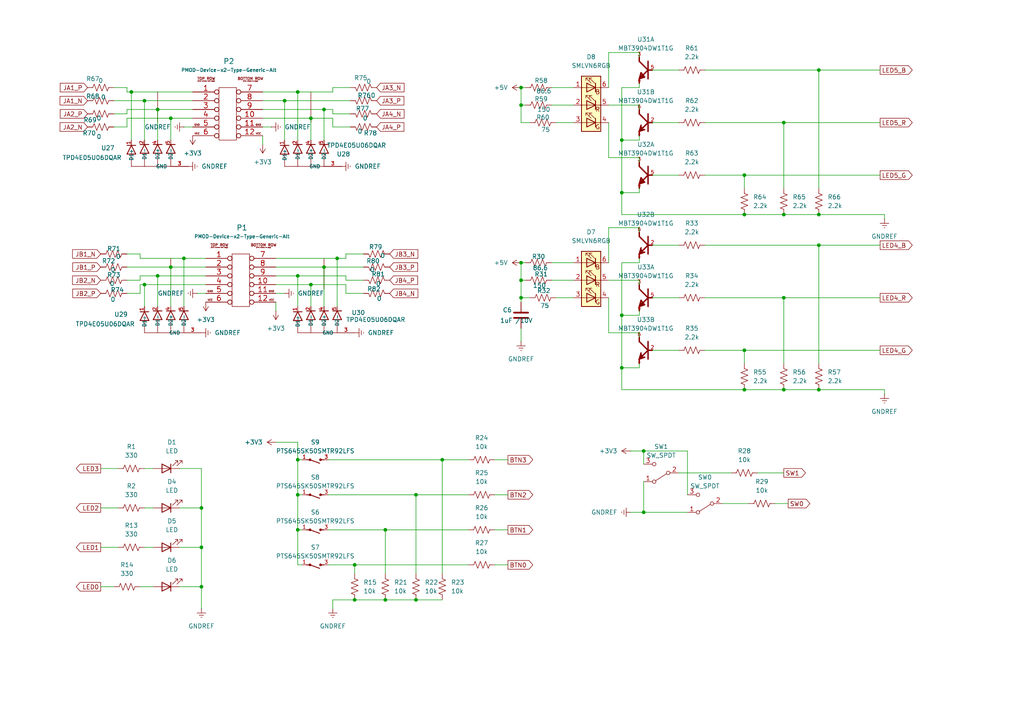
<source format=kicad_sch>
(kicad_sch (version 20231120) (generator "eeschema") (generator_version "8.0")
  (paper "A4")
  (junction (at 151.13 30.48))
  (junction (at 102.87 163.83))
  (junction (at 86.36 80.01))
  (junction (at 186.69 148.59))
  (junction (at 180.34 40.64))
  (junction (at 215.9 101.6))
  (junction (at 102.87 173.99))
  (junction (at 53.34 74.93))
  (junction (at 186.69 130.81))
  (junction (at 93.98 77.47))
  (junction (at 86.36 133.35))
  (junction (at 151.13 76.2))
  (junction (at 49.53 77.47))
  (junction (at 111.76 153.67))
  (junction (at 86.36 26.67))
  (junction (at 237.49 62.23))
  (junction (at 90.17 82.55))
  (junction (at 180.34 91.44))
  (junction (at 41.91 29.21))
  (junction (at 237.49 71.12))
  (junction (at 151.13 86.36))
  (junction (at 237.49 20.32))
  (junction (at 58.42 158.75))
  (junction (at 93.98 31.75))
  (junction (at 227.33 62.23))
  (junction (at 180.34 106.68))
  (junction (at 41.91 82.55))
  (junction (at 86.36 143.51))
  (junction (at 215.9 62.23))
  (junction (at 120.65 173.99))
  (junction (at 97.79 74.93))
  (junction (at 151.13 25.4))
  (junction (at 86.36 153.67))
  (junction (at 49.53 34.29))
  (junction (at 215.9 113.03))
  (junction (at 128.27 133.35))
  (junction (at 82.55 29.21))
  (junction (at 237.49 113.03))
  (junction (at 180.34 55.88))
  (junction (at 58.42 170.18))
  (junction (at 45.72 80.01))
  (junction (at 38.1 26.67))
  (junction (at 45.72 31.75))
  (junction (at 227.33 35.56))
  (junction (at 227.33 86.36))
  (junction (at 120.65 143.51))
  (junction (at 58.42 147.32))
  (junction (at 151.13 81.28))
  (junction (at 111.76 173.99))
  (junction (at 90.17 34.29))
  (junction (at 215.9 50.8))
  (junction (at 227.33 113.03))
  (wire (pts (xy 58.42 170.18) (xy 58.42 176.53)))
  (wire (pts (xy 93.98 31.75) (xy 93.98 40.64)))
  (wire (pts (xy 102.87 163.83) (xy 135.89 163.83)))
  (wire (pts (xy 120.65 166.37) (xy 120.65 143.51)))
  (wire (pts (xy 189.23 20.32) (xy 196.85 20.32)))
  (wire (pts (xy 120.65 143.51) (xy 135.89 143.51)))
  (wire (pts (xy 29.21 135.89) (xy 34.29 135.89)))
  (wire (pts (xy 86.36 143.51) (xy 87.63 143.51)))
  (wire (pts (xy 215.9 113.03) (xy 180.34 113.03)))
  (wire (pts (xy 151.13 25.4) (xy 151.13 30.48)))
  (wire (pts (xy 215.9 101.6) (xy 255.27 101.6)))
  (wire (pts (xy 105.41 81.28) (xy 100.33 81.28)))
  (wire (pts (xy 86.36 40.64) (xy 86.36 26.67)))
  (wire (pts (xy 209.55 146.05) (xy 217.17 146.05)))
  (wire (pts (xy 227.33 62.23) (xy 237.49 62.23)))
  (wire (pts (xy 90.17 34.29) (xy 96.52 34.29)))
  (wire (pts (xy 40.64 80.01) (xy 45.72 80.01)))
  (wire (pts (xy 58.42 158.75) (xy 58.42 170.18)))
  (wire (pts (xy 256.54 63.5) (xy 256.54 62.23)))
  (wire (pts (xy 40.64 81.28) (xy 40.64 80.01)))
  (wire (pts (xy 185.42 25.4) (xy 180.34 25.4)))
  (wire (pts (xy 86.36 143.51) (xy 86.36 153.67)))
  (wire (pts (xy 33.02 33.02) (xy 36.83 33.02)))
  (wire (pts (xy 38.1 26.67) (xy 55.88 26.67)))
  (wire (pts (xy 49.53 34.29) (xy 55.88 34.29)))
  (wire (pts (xy 215.9 54.61) (xy 215.9 50.8)))
  (wire (pts (xy 80.01 74.93) (xy 97.79 74.93)))
  (wire (pts (xy 185.42 30.48) (xy 185.42 31.75)))
  (wire (pts (xy 95.25 163.83) (xy 102.87 163.83)))
  (wire (pts (xy 97.79 74.93) (xy 100.33 74.93)))
  (wire (pts (xy 227.33 113.03) (xy 237.49 113.03)))
  (wire (pts (xy 52.07 147.32) (xy 58.42 147.32)))
  (wire (pts (xy 36.83 81.28) (xy 40.64 81.28)))
  (wire (pts (xy 33.02 29.21) (xy 41.91 29.21)))
  (wire (pts (xy 41.91 82.55) (xy 41.91 88.9)))
  (wire (pts (xy 151.13 76.2) (xy 151.13 81.28)))
  (wire (pts (xy 185.42 105.41) (xy 185.42 106.68)))
  (wire (pts (xy 152.4 25.4) (xy 151.13 25.4)))
  (wire (pts (xy 199.39 143.51) (xy 199.39 130.81)))
  (wire (pts (xy 86.36 26.67) (xy 96.52 26.67)))
  (wire (pts (xy 80.01 82.55) (xy 90.17 82.55)))
  (wire (pts (xy 36.83 77.47) (xy 49.53 77.47)))
  (wire (pts (xy 76.2 39.37) (xy 76.2 41.91)))
  (wire (pts (xy 186.69 130.81) (xy 186.69 134.62)))
  (wire (pts (xy 161.29 86.36) (xy 166.37 86.36)))
  (wire (pts (xy 40.64 85.09) (xy 40.64 82.55)))
  (wire (pts (xy 143.51 133.35) (xy 147.32 133.35)))
  (wire (pts (xy 36.83 33.02) (xy 36.83 31.75)))
  (wire (pts (xy 185.42 39.37) (xy 185.42 40.64)))
  (wire (pts (xy 36.83 31.75) (xy 45.72 31.75)))
  (wire (pts (xy 176.53 86.36) (xy 176.53 96.52)))
  (wire (pts (xy 227.33 35.56) (xy 255.27 35.56)))
  (wire (pts (xy 86.36 133.35) (xy 87.63 133.35)))
  (wire (pts (xy 176.53 81.28) (xy 185.42 81.28)))
  (wire (pts (xy 143.51 153.67) (xy 147.32 153.67)))
  (wire (pts (xy 176.53 66.04) (xy 185.42 66.04)))
  (wire (pts (xy 101.6 33.02) (xy 96.52 33.02)))
  (wire (pts (xy 143.51 143.51) (xy 147.32 143.51)))
  (wire (pts (xy 76.2 31.75) (xy 93.98 31.75)))
  (wire (pts (xy 33.02 25.4) (xy 36.83 25.4)))
  (wire (pts (xy 95.25 153.67) (xy 111.76 153.67)))
  (wire (pts (xy 176.53 25.4) (xy 176.53 15.24)))
  (wire (pts (xy 189.23 101.6) (xy 196.85 101.6)))
  (wire (pts (xy 38.1 26.67) (xy 38.1 40.64)))
  (wire (pts (xy 93.98 31.75) (xy 96.52 31.75)))
  (wire (pts (xy 161.29 35.56) (xy 166.37 35.56)))
  (wire (pts (xy 185.42 81.28) (xy 185.42 82.55)))
  (wire (pts (xy 185.42 74.93) (xy 185.42 76.2)))
  (wire (pts (xy 101.6 36.83) (xy 96.52 36.83)))
  (wire (pts (xy 45.72 31.75) (xy 55.88 31.75)))
  (wire (pts (xy 180.34 76.2) (xy 180.34 91.44)))
  (wire (pts (xy 227.33 54.61) (xy 227.33 35.56)))
  (wire (pts (xy 176.53 35.56) (xy 176.53 45.72)))
  (wire (pts (xy 215.9 113.03) (xy 227.33 113.03)))
  (wire (pts (xy 90.17 34.29) (xy 90.17 40.64)))
  (wire (pts (xy 215.9 105.41) (xy 215.9 101.6)))
  (wire (pts (xy 185.42 90.17) (xy 185.42 91.44)))
  (wire (pts (xy 96.52 176.53) (xy 96.52 173.99)))
  (wire (pts (xy 237.49 105.41) (xy 237.49 71.12)))
  (wire (pts (xy 52.07 158.75) (xy 58.42 158.75)))
  (wire (pts (xy 76.2 34.29) (xy 90.17 34.29)))
  (wire (pts (xy 29.21 170.18) (xy 33.02 170.18)))
  (wire (pts (xy 100.33 81.28) (xy 100.33 80.01)))
  (wire (pts (xy 186.69 139.7) (xy 186.69 148.59)))
  (wire (pts (xy 76.2 26.67) (xy 86.36 26.67)))
  (wire (pts (xy 100.33 73.66) (xy 100.33 74.93)))
  (wire (pts (xy 80.01 85.09) (xy 82.55 85.09)))
  (wire (pts (xy 189.23 86.36) (xy 196.85 86.36)))
  (wire (pts (xy 95.25 143.51) (xy 120.65 143.51)))
  (wire (pts (xy 111.76 173.99) (xy 120.65 173.99)))
  (wire (pts (xy 256.54 62.23) (xy 237.49 62.23)))
  (wire (pts (xy 151.13 35.56) (xy 151.13 30.48)))
  (wire (pts (xy 102.87 173.99) (xy 111.76 173.99)))
  (wire (pts (xy 86.36 153.67) (xy 86.36 163.83)))
  (wire (pts (xy 176.53 30.48) (xy 185.42 30.48)))
  (wire (pts (xy 256.54 114.3) (xy 256.54 113.03)))
  (wire (pts (xy 82.55 29.21) (xy 82.55 40.64)))
  (wire (pts (xy 36.83 73.66) (xy 40.64 73.66)))
  (wire (pts (xy 80.01 87.63) (xy 80.01 90.17)))
  (wire (pts (xy 215.9 62.23) (xy 180.34 62.23)))
  (wire (pts (xy 204.47 20.32) (xy 237.49 20.32)))
  (wire (pts (xy 196.85 137.16) (xy 212.09 137.16)))
  (wire (pts (xy 49.53 34.29) (xy 49.53 40.64)))
  (wire (pts (xy 86.36 128.27) (xy 86.36 133.35)))
  (wire (pts (xy 128.27 133.35) (xy 128.27 166.37)))
  (wire (pts (xy 40.64 73.66) (xy 40.64 74.93)))
  (wire (pts (xy 86.36 153.67) (xy 87.63 153.67)))
  (wire (pts (xy 100.33 85.09) (xy 100.33 82.55)))
  (wire (pts (xy 49.53 77.47) (xy 49.53 88.9)))
  (wire (pts (xy 111.76 153.67) (xy 111.76 166.37)))
  (wire (pts (xy 219.71 137.16) (xy 227.33 137.16)))
  (wire (pts (xy 93.98 77.47) (xy 105.41 77.47)))
  (wire (pts (xy 58.42 135.89) (xy 58.42 147.32)))
  (wire (pts (xy 86.36 80.01) (xy 100.33 80.01)))
  (wire (pts (xy 45.72 80.01) (xy 45.72 88.9)))
  (wire (pts (xy 215.9 62.23) (xy 227.33 62.23)))
  (wire (pts (xy 151.13 86.36) (xy 153.67 86.36)))
  (wire (pts (xy 215.9 50.8) (xy 255.27 50.8)))
  (wire (pts (xy 41.91 135.89) (xy 44.45 135.89)))
  (wire (pts (xy 180.34 62.23) (xy 180.34 55.88)))
  (wire (pts (xy 224.79 146.05) (xy 228.6 146.05)))
  (wire (pts (xy 160.02 81.28) (xy 166.37 81.28)))
  (wire (pts (xy 82.55 29.21) (xy 101.6 29.21)))
  (wire (pts (xy 186.69 148.59) (xy 182.88 148.59)))
  (wire (pts (xy 185.42 54.61) (xy 185.42 55.88)))
  (wire (pts (xy 36.83 25.4) (xy 36.83 26.67)))
  (wire (pts (xy 204.47 71.12) (xy 237.49 71.12)))
  (wire (pts (xy 189.23 50.8) (xy 196.85 50.8)))
  (wire (pts (xy 176.53 96.52) (xy 185.42 96.52)))
  (wire (pts (xy 45.72 31.75) (xy 45.72 40.64)))
  (wire (pts (xy 86.36 163.83) (xy 87.63 163.83)))
  (wire (pts (xy 237.49 20.32) (xy 255.27 20.32)))
  (wire (pts (xy 151.13 95.25) (xy 151.13 99.06)))
  (wire (pts (xy 256.54 113.03) (xy 237.49 113.03)))
  (wire (pts (xy 180.34 106.68) (xy 180.34 91.44)))
  (wire (pts (xy 189.23 35.56) (xy 196.85 35.56)))
  (wire (pts (xy 143.51 163.83) (xy 147.32 163.83)))
  (wire (pts (xy 52.07 170.18) (xy 58.42 170.18)))
  (wire (pts (xy 227.33 35.56) (xy 204.47 35.56)))
  (wire (pts (xy 76.2 29.21) (xy 82.55 29.21)))
  (wire (pts (xy 105.41 73.66) (xy 100.33 73.66)))
  (wire (pts (xy 215.9 50.8) (xy 204.47 50.8)))
  (wire (pts (xy 80.01 80.01) (xy 86.36 80.01)))
  (wire (pts (xy 101.6 25.4) (xy 96.52 25.4)))
  (wire (pts (xy 36.83 26.67) (xy 38.1 26.67)))
  (wire (pts (xy 111.76 153.67) (xy 135.89 153.67)))
  (wire (pts (xy 160.02 25.4) (xy 166.37 25.4)))
  (wire (pts (xy 151.13 87.63) (xy 151.13 86.36)))
  (wire (pts (xy 180.34 40.64) (xy 185.42 40.64)))
  (wire (pts (xy 86.36 133.35) (xy 86.36 143.51)))
  (wire (pts (xy 176.53 45.72) (xy 185.42 45.72)))
  (wire (pts (xy 186.69 148.59) (xy 199.39 148.59)))
  (wire (pts (xy 100.33 82.55) (xy 90.17 82.55)))
  (wire (pts (xy 152.4 30.48) (xy 151.13 30.48)))
  (wire (pts (xy 185.42 45.72) (xy 185.42 46.99)))
  (wire (pts (xy 180.34 25.4) (xy 180.34 40.64)))
  (wire (pts (xy 36.83 36.83) (xy 36.83 34.29)))
  (wire (pts (xy 227.33 86.36) (xy 227.33 105.41)))
  (wire (pts (xy 153.67 35.56) (xy 151.13 35.56)))
  (wire (pts (xy 40.64 74.93) (xy 53.34 74.93)))
  (wire (pts (xy 128.27 133.35) (xy 135.89 133.35)))
  (wire (pts (xy 182.88 130.81) (xy 186.69 130.81)))
  (wire (pts (xy 80.01 77.47) (xy 93.98 77.47)))
  (wire (pts (xy 120.65 173.99) (xy 128.27 173.99)))
  (wire (pts (xy 152.4 76.2) (xy 151.13 76.2)))
  (wire (pts (xy 40.64 170.18) (xy 44.45 170.18)))
  (wire (pts (xy 185.42 76.2) (xy 180.34 76.2)))
  (wire (pts (xy 152.4 81.28) (xy 151.13 81.28)))
  (wire (pts (xy 95.25 133.35) (xy 128.27 133.35)))
  (wire (pts (xy 53.34 74.93) (xy 53.34 88.9)))
  (wire (pts (xy 180.34 113.03) (xy 180.34 106.68)))
  (wire (pts (xy 80.01 128.27) (xy 86.36 128.27)))
  (wire (pts (xy 102.87 163.83) (xy 102.87 166.37)))
  (wire (pts (xy 189.23 71.12) (xy 196.85 71.12)))
  (wire (pts (xy 96.52 173.99) (xy 102.87 173.99)))
  (wire (pts (xy 185.42 15.24) (xy 185.42 16.51)))
  (wire (pts (xy 176.53 15.24) (xy 185.42 15.24)))
  (wire (pts (xy 29.21 158.75) (xy 34.29 158.75)))
  (wire (pts (xy 160.02 30.48) (xy 166.37 30.48)))
  (wire (pts (xy 176.53 76.2) (xy 176.53 66.04)))
  (wire (pts (xy 97.79 74.93) (xy 97.79 88.9)))
  (wire (pts (xy 36.83 34.29) (xy 49.53 34.29)))
  (wire (pts (xy 90.17 82.55) (xy 90.17 88.9)))
  (wire (pts (xy 33.02 36.83) (xy 36.83 36.83)))
  (wire (pts (xy 160.02 76.2) (xy 166.37 76.2)))
  (wire (pts (xy 41.91 29.21) (xy 41.91 40.64)))
  (wire (pts (xy 151.13 81.28) (xy 151.13 86.36)))
  (wire (pts (xy 41.91 29.21) (xy 55.88 29.21)))
  (wire (pts (xy 57.15 85.09) (xy 59.69 85.09)))
  (wire (pts (xy 237.49 54.61) (xy 237.49 20.32)))
  (wire (pts (xy 96.52 33.02) (xy 96.52 31.75)))
  (wire (pts (xy 185.42 24.13) (xy 185.42 25.4)))
  (wire (pts (xy 36.83 85.09) (xy 40.64 85.09)))
  (wire (pts (xy 96.52 25.4) (xy 96.52 26.67)))
  (wire (pts (xy 45.72 80.01) (xy 59.69 80.01)))
  (wire (pts (xy 93.98 77.47) (xy 93.98 88.9)))
  (wire (pts (xy 255.27 86.36) (xy 227.33 86.36)))
  (wire (pts (xy 76.2 36.83) (xy 78.74 36.83)))
  (wire (pts (xy 237.49 71.12) (xy 255.27 71.12)))
  (wire (pts (xy 53.34 36.83) (xy 55.88 36.83)))
  (wire (pts (xy 53.34 74.93) (xy 59.69 74.93)))
  (wire (pts (xy 185.42 55.88) (xy 180.34 55.88)))
  (wire (pts (xy 180.34 55.88) (xy 180.34 40.64)))
  (wire (pts (xy 199.39 130.81) (xy 186.69 130.81)))
  (wire (pts (xy 52.07 135.89) (xy 58.42 135.89)))
  (wire (pts (xy 96.52 36.83) (xy 96.52 34.29)))
  (wire (pts (xy 180.34 91.44) (xy 185.42 91.44)))
  (wire (pts (xy 185.42 96.52) (xy 185.42 97.79)))
  (wire (pts (xy 215.9 101.6) (xy 204.47 101.6)))
  (wire (pts (xy 41.91 82.55) (xy 59.69 82.55)))
  (wire (pts (xy 41.91 147.32) (xy 44.45 147.32)))
  (wire (pts (xy 185.42 66.04) (xy 185.42 67.31)))
  (wire (pts (xy 40.64 82.55) (xy 41.91 82.55)))
  (wire (pts (xy 185.42 106.68) (xy 180.34 106.68)))
  (wire (pts (xy 58.42 147.32) (xy 58.42 158.75)))
  (wire (pts (xy 41.91 158.75) (xy 44.45 158.75)))
  (wire (pts (xy 49.53 77.47) (xy 59.69 77.47)))
  (wire (pts (xy 105.41 85.09) (xy 100.33 85.09)))
  (wire (pts (xy 29.21 147.32) (xy 34.29 147.32)))
  (wire (pts (xy 86.36 80.01) (xy 86.36 88.9)))
  (wire (pts (xy 227.33 86.36) (xy 204.47 86.36)))
  (global_label "LED2" (shape output) (at 29.21 147.32 180) (property "Intersheetrefs" "${INTERSHEET_REFS}" (effects (hide yes))))
  (global_label "LED0" (shape output) (at 29.21 170.18 180) (property "Intersheetrefs" "${INTERSHEET_REFS}" (effects (hide yes))))
  (global_label "JA1_N" (shape input) (at 25.4 29.21 180) (property "Intersheetrefs" "${INTERSHEET_REFS}" (effects (hide yes))))
  (global_label "JA3_P" (shape input) (at 109.22 29.21 0) (property "Intersheetrefs" "${INTERSHEET_REFS}" (effects (hide yes))))
  (global_label "LED5_R" (shape output) (at 255.27 35.56 0) (property "Intersheetrefs" "${INTERSHEET_REFS}" (effects (hide yes))))
  (global_label "BTN2" (shape output) (at 147.32 143.51 0) (property "Intersheetrefs" "${INTERSHEET_REFS}" (effects (hide yes))))
  (global_label "JA2_P" (shape input) (at 25.4 33.02 180) (property "Intersheetrefs" "${INTERSHEET_REFS}" (effects (hide yes))))
  (global_label "JB2_N" (shape input) (at 29.21 81.28 180) (property "Intersheetrefs" "${INTERSHEET_REFS}" (effects (hide yes))))
  (global_label "LED1" (shape output) (at 29.21 158.75 180) (property "Intersheetrefs" "${INTERSHEET_REFS}" (effects (hide yes))))
  (global_label "JA1_P" (shape input) (at 25.4 25.4 180) (property "Intersheetrefs" "${INTERSHEET_REFS}" (effects (hide yes))))
  (global_label "JB1_N" (shape input) (at 29.21 73.66 180) (property "Intersheetrefs" "${INTERSHEET_REFS}" (effects (hide yes))))
  (global_label "LED4_B" (shape output) (at 255.27 71.12 0) (property "Intersheetrefs" "${INTERSHEET_REFS}" (effects (hide yes))))
  (global_label "LED4_G" (shape output) (at 255.27 101.6 0) (property "Intersheetrefs" "${INTERSHEET_REFS}" (effects (hide yes))))
  (global_label "LED5_B" (shape output) (at 255.27 20.32 0) (property "Intersheetrefs" "${INTERSHEET_REFS}" (effects (hide yes))))
  (global_label "JB4_P" (shape input) (at 113.03 81.28 0) (property "Intersheetrefs" "${INTERSHEET_REFS}" (effects (hide yes))))
  (global_label "LED5_G" (shape output) (at 255.27 50.8 0) (property "Intersheetrefs" "${INTERSHEET_REFS}" (effects (hide yes))))
  (global_label "JA4_N" (shape input) (at 109.22 33.02 0) (property "Intersheetrefs" "${INTERSHEET_REFS}" (effects (hide yes))))
  (global_label "BTN1" (shape output) (at 147.32 153.67 0) (property "Intersheetrefs" "${INTERSHEET_REFS}" (effects (hide yes))))
  (global_label "JB4_N" (shape input) (at 113.03 85.09 0) (property "Intersheetrefs" "${INTERSHEET_REFS}" (effects (hide yes))))
  (global_label "SW0" (shape output) (at 228.6 146.05 0) (property "Intersheetrefs" "${INTERSHEET_REFS}" (effects (hide yes))))
  (global_label "JA3_N" (shape input) (at 109.22 25.4 0) (property "Intersheetrefs" "${INTERSHEET_REFS}" (effects (hide yes))))
  (global_label "JB3_N" (shape input) (at 113.03 73.66 0) (property "Intersheetrefs" "${INTERSHEET_REFS}" (effects (hide yes))))
  (global_label "JB1_P" (shape input) (at 29.21 77.47 180) (property "Intersheetrefs" "${INTERSHEET_REFS}" (effects (hide yes))))
  (global_label "BTN3" (shape output) (at 147.32 133.35 0) (property "Intersheetrefs" "${INTERSHEET_REFS}" (effects (hide yes))))
  (global_label "JB3_P" (shape input) (at 113.03 77.47 0) (property "Intersheetrefs" "${INTERSHEET_REFS}" (effects (hide yes))))
  (global_label "LED4_R" (shape output) (at 255.27 86.36 0) (property "Intersheetrefs" "${INTERSHEET_REFS}" (effects (hide yes))))
  (global_label "JA4_P" (shape input) (at 109.22 36.83 0) (property "Intersheetrefs" "${INTERSHEET_REFS}" (effects (hide yes))))
  (global_label "JB2_P" (shape input) (at 29.21 85.09 180) (property "Intersheetrefs" "${INTERSHEET_REFS}" (effects (hide yes))))
  (global_label "JA2_N" (shape input) (at 25.4 36.83 180) (property "Intersheetrefs" "${INTERSHEET_REFS}" (effects (hide yes))))
  (global_label "LED3" (shape output) (at 29.21 135.89 180) (property "Intersheetrefs" "${INTERSHEET_REFS}" (effects (hide yes))))
  (global_label "SW1" (shape output) (at 227.33 137.16 0) (property "Intersheetrefs" "${INTERSHEET_REFS}" (effects (hide yes))))
  (global_label "BTN0" (shape output) (at 147.32 163.83 0) (property "Intersheetrefs" "${INTERSHEET_REFS}" (effects (hide yes))))
  (symbol (lib_id "Device:R_US") (at 139.7 163.83 90) (unit 1)
    (property "Reference" "R27" (at 139.7 157.48 90))
    (property "Value" "10k" (at 139.7 160.02 90))
    (property "Footprint" "footprints:R_0402" (effects (hide yes)))
    (property "Description" "Resistor, US symbol" (effects (hide yes)))
    (property "LCSC PN" "C60490" (effects (hide yes)))
  )
  (symbol (lib_id "Device:R_US") (at 105.41 33.02 270) (mirror x) (unit 1)
    (property "Reference" "R77" (at 105.156 31.496 90))
    (property "Value" "0" (at 105.918 34.29 90))
    (property "Footprint" "footprints:R_0402" (effects (hide yes)))
    (property "Description" "Resistor, US symbol" (effects (hide yes)))
    (property "LCSC PN" "C106231" (effects (hide yes)))
  )
  (symbol (lib_id "power:+3V3") (at 182.88 130.81 90) (unit 1)
    (property "Reference" "#PWR04" (effects (hide yes)))
    (property "Value" "+3V3" (at 179.07 130.8099 90) (effects (justify left)))
    (property "Description" "Power symbol creates a global label with name \"+3V3\"" (effects (hide yes)))
  )
  (symbol (lib_id "power:GNDREF") (at 58.42 96.52 90) (unit 1)
    (property "Reference" "#PWR015" (effects (hide yes)))
    (property "Value" "GNDREF" (at 62.23 96.5199 90) (effects (justify right)))
    (property "Description" "Power symbol creates a global label with name \"GNDREF\" , reference supply ground" (effects (hide yes)))
  )
  (symbol (lib_id "power:+3V3") (at 76.2 41.91 180) (unit 1)
    (property "Reference" "#PWR013" (effects (hide yes)))
    (property "Value" "+3V3" (at 76.2 46.99 0))
    (property "Description" "Power symbol creates a global label with name \"+3V3\"" (effects (hide yes)))
  )
  (symbol (lib_id "pmod:PMOD-Device-x2-Type-Generic-Alt") (at 68.58 40.64 0) (mirror y) (unit 1)
    (property "Reference" "P2" (at 66.3717 17.78 0) (effects (font (size 1.524 1.524))))
    (property "Value" "PMOD-Device-x2-Type-Generic-Alt" (at 66.3717 20.32 0) (effects (font (size 0.9906 0.9906))))
    (property "Footprint" "footprints:CONN_PPPC062LJBN-RC_SUL" (effects (hide yes)))
  )
  (symbol (lib_id "Device:R_US") (at 215.9 58.42 180) (unit 1)
    (property "Reference" "R64" (at 218.44 57.1499 0) (effects (justify right)))
    (property "Value" "2.2k" (at 218.44 59.6899 0) (effects (justify right)))
    (property "Footprint" "footprints:R_0402" (effects (hide yes)))
    (property "Description" "Resistor, US symbol" (effects (hide yes)))
    (property "LCSC PN" "c114762" (effects (hide yes)))
  )
  (symbol (lib_id "Device:R_US") (at 156.21 25.4 90) (unit 1)
    (property "Reference" "R58" (at 156.972 23.368 90))
    (property "Value" "86.6" (at 157.734 26.416 90))
    (property "Footprint" "footprints:R_0402" (effects (hide yes)))
    (property "Description" "Resistor, US symbol" (effects (hide yes)))
    (property "LCSC PN" "C295882" (effects (hide yes)))
  )
  (symbol (lib_id "Device:R_US") (at 215.9 109.22 180) (unit 1)
    (property "Reference" "R55" (at 218.44 107.9499 0) (effects (justify right)))
    (property "Value" "2.2k" (at 218.44 110.4899 0) (effects (justify right)))
    (property "Footprint" "footprints:R_0402" (effects (hide yes)))
    (property "Description" "Resistor, US symbol" (effects (hide yes)))
    (property "LCSC PN" "c114762" (effects (hide yes)))
  )
  (symbol (lib_id "Device:LED") (at 48.26 147.32 180) (unit 1)
    (property "Reference" "D4" (at 49.8475 139.7 0))
    (property "Value" "LED" (at 49.8475 142.24 0))
    (property "Footprint" "footprints:LED_0402_1005Metric" (effects (hide yes)))
    (property "Description" "Light emitting diode" (effects (hide yes)))
    (property "LCSC PN" "C434449" (effects (hide yes)))
  )
  (symbol (lib_id "PTS645SK50SMTR92LFS_:PTS645SK50SMTR92LFS") (at 91.44 163.83 90) (unit 1)
    (property "Reference" "S7" (at 91.44 158.75 90))
    (property "Value" "PTS645SK50SMTR92LFS" (at 91.44 161.29 90))
    (property "Footprint" "footprints:SW_PTS645SK50SMTR92LFS" (effects (hide yes)))
    (property "STANDARD" "Manufacturer Recommendations" (effects (hide yes)))
    (property "MANUFACTURER" "CnK" (effects (hide yes)))
    (property "LCSC PN" "C221872" (effects (hide yes)))
  )
  (symbol (lib_id "Switch2:SW_SPDT") (at 191.77 137.16 180) (unit 1)
    (property "Reference" "SW1" (at 191.77 129.54 0))
    (property "Value" "SW_SPDT" (at 191.77 132.08 0))
    (property "Footprint" "footprints:SW_EG1218" (effects (hide yes)))
    (property "Description" "Switch, single pole double throw" (effects (hide yes)))
  )
  (symbol (lib_id "Device:R_US") (at 38.1 158.75 90) (unit 1)
    (property "Reference" "R13" (at 38.1 152.4 90))
    (property "Value" "330" (at 38.1 154.94 90))
    (property "Footprint" "footprints:R_0402" (effects (hide yes)))
    (property "Description" "Resistor, US symbol" (effects (hide yes)))
    (property "LCSC PN" "C105875" (effects (hide yes)))
  )
  (symbol (lib_id "power:+5V") (at 151.13 76.2 90) (unit 1)
    (property "Reference" "#PWR0321" (effects (hide yes)))
    (property "Value" "+5V" (at 147.32 76.1999 90) (effects (justify left)))
    (property "Description" "Power symbol creates a global label with name \"+5V\"" (effects (hide yes)))
  )
  (symbol (lib_id "power:GNDREF") (at 57.15 85.09 270) (unit 1)
    (property "Reference" "#PWR016" (effects (hide yes)))
    (property "Value" "GNDREF" (at 53.34 85.0899 90) (effects (justify right)))
    (property "Description" "Power symbol creates a global label with name \"GNDREF\" , reference supply ground" (effects (hide yes)))
  )
  (symbol (lib_id "Device:R_US") (at 105.41 36.83 270) (mirror x) (unit 1)
    (property "Reference" "R78" (at 107.442 38.608 90))
    (property "Value" "0" (at 104.394 38.1 90))
    (property "Footprint" "footprints:R_0402" (effects (hide yes)))
    (property "Description" "Resistor, US symbol" (effects (hide yes)))
    (property "LCSC PN" "C106231" (effects (hide yes)))
  )
  (symbol (lib_id "LED:SMLVN6RGB") (at 171.45 81.28 0) (unit 1)
    (property "Reference" "D7" (at 171.45 67.31 0))
    (property "Value" "SMLVN6RGB" (at 171.45 69.85 0))
    (property "Footprint" "footprints:LED_SMLV56_ROM" (effects (hide yes)))
    (property "Datasheet" "https://www.rohm.com/datasheet/SMLVN6RGB1U" (effects (hide yes)))
    (property "Description" "High Brightness Tri-Color LED, RGB, 3.5x2.8mm" (effects (hide yes)))
    (property "LCSC PN" "C2909770" (effects (hide yes)))
  )
  (symbol (lib_id "power:GNDREF") (at 256.54 63.5 0) (unit 1)
    (property "Reference" "#PWR09" (effects (hide yes)))
    (property "Value" "GNDREF" (at 256.54 68.58 0))
    (property "Description" "Power symbol creates a global label with name \"GNDREF\" , reference supply ground" (effects (hide yes)))
  )
  (symbol (lib_id "Device:R_US") (at 105.41 29.21 270) (mirror x) (unit 1)
    (property "Reference" "R76" (at 105.664 27.686 90))
    (property "Value" "0" (at 108.204 27.686 90))
    (property "Footprint" "footprints:R_0402" (effects (hide yes)))
    (property "Description" "Resistor, US symbol" (effects (hide yes)))
    (property "LCSC PN" "C106231" (effects (hide yes)))
  )
  (symbol (lib_id "power:GNDREF") (at 102.87 96.52 90) (unit 1)
    (property "Reference" "#PWR020" (effects (hide yes)))
    (property "Value" "GNDREF" (at 106.68 96.5199 90) (effects (justify right)))
    (property "Description" "Power symbol creates a global label with name \"GNDREF\" , reference supply ground" (effects (hide yes)))
  )
  (symbol (lib_id "PTS645SK50SMTR92LFS_:PTS645SK50SMTR92LFS") (at 91.44 133.35 90) (unit 1)
    (property "Reference" "S9" (at 91.44 128.27 90))
    (property "Value" "PTS645SK50SMTR92LFS" (at 91.44 130.81 90))
    (property "Footprint" "footprints:SW_PTS645SK50SMTR92LFS" (effects (hide yes)))
    (property "STANDARD" "Manufacturer Recommendations" (effects (hide yes)))
    (property "MANUFACTURER" "CnK" (effects (hide yes)))
    (property "LCSC PN" "C221872" (effects (hide yes)))
  )
  (symbol (lib_id "Device:R_US") (at 29.21 25.4 90) (unit 1)
    (property "Reference" "R67" (at 26.924 22.86 90))
    (property "Value" "0" (at 29.21 23.368 90))
    (property "Footprint" "footprints:R_0402" (effects (hide yes)))
    (property "Description" "Resistor, US symbol" (effects (hide yes)))
    (property "LCSC PN" "C106231" (effects (hide yes)))
  )
  (symbol (lib_id "MBT3904DW1T1G:MBT3904DW1T1G") (at 195.58 20.32 0) (unit 1)
    (property "Reference" "U31" (at 187.325 11.43 0))
    (property "Value" "MBT3904DW1T1G" (at 187.325 13.97 0))
    (property "Footprint" "footprints:SOT236" (effects (hide yes)))
    (property "LCSC PN" "C110150" (effects (hide yes)))
  )
  (symbol (lib_id "Device:R_US") (at 237.49 58.42 180) (unit 1)
    (property "Reference" "R66" (at 240.03 57.1499 0) (effects (justify right)))
    (property "Value" "2.2k" (at 240.03 59.6899 0) (effects (justify right)))
    (property "Footprint" "footprints:R_0402" (effects (hide yes)))
    (property "Description" "Resistor, US symbol" (effects (hide yes)))
    (property "LCSC PN" "c114762" (effects (hide yes)))
  )
  (symbol (lib_id "power:GNDREF") (at 54.61 48.26 90) (unit 1)
    (property "Reference" "#PWR010" (effects (hide yes)))
    (property "Value" "GNDREF" (at 58.42 48.2599 90) (effects (justify right)))
    (property "Description" "Power symbol creates a global label with name \"GNDREF\" , reference supply ground" (effects (hide yes)))
  )
  (symbol (lib_id "Device:R_US") (at 156.21 81.28 90) (unit 1)
    (property "Reference" "R31" (at 156.972 79.502 90))
    (property "Value" "150" (at 156.464 82.804 90))
    (property "Footprint" "footprints:R_0402" (effects (hide yes)))
    (property "Description" "Resistor, US symbol" (effects (hide yes)))
    (property "LCSC PN" "C138054" (effects (hide yes)))
  )
  (symbol (lib_id "power:GNDREF") (at 256.54 114.3 0) (unit 1)
    (property "Reference" "#PWR07" (effects (hide yes)))
    (property "Value" "GNDREF" (at 256.54 119.38 0))
    (property "Description" "Power symbol creates a global label with name \"GNDREF\" , reference supply ground" (effects (hide yes)))
  )
  (symbol (lib_id "Device:R_US") (at 200.66 86.36 90) (unit 1)
    (property "Reference" "R34" (at 200.66 80.01 90))
    (property "Value" "2.2k" (at 200.66 82.55 90))
    (property "Footprint" "footprints:R_0402" (effects (hide yes)))
    (property "Description" "Resistor, US symbol" (effects (hide yes)))
    (property "LCSC PN" "c114762" (effects (hide yes)))
  )
  (symbol (lib_id "Device:LED") (at 48.26 135.89 180) (unit 1)
    (property "Reference" "D1" (at 49.8475 128.27 0))
    (property "Value" "LED" (at 49.8475 130.81 0))
    (property "Footprint" "footprints:LED_0402_1005Metric" (effects (hide yes)))
    (property "Description" "Light emitting diode" (effects (hide yes)))
    (property "LCSC PN" "C434449" (effects (hide yes)))
  )
  (symbol (lib_id "pmod:PMOD-Device-x2-Type-Generic-Alt") (at 72.39 88.9 0) (mirror y) (unit 1)
    (property "Reference" "P1" (at 70.1817 66.04 0) (effects (font (size 1.524 1.524))))
    (property "Value" "PMOD-Device-x2-Type-Generic-Alt" (at 70.1817 68.58 0) (effects (font (size 0.9906 0.9906))))
    (property "Footprint" "footprints:CONN_PPPC062LJBN-RC_SUL" (effects (hide yes)))
  )
  (symbol (lib_id "Device:R_US") (at 200.66 20.32 90) (unit 1)
    (property "Reference" "R61" (at 200.66 13.97 90))
    (property "Value" "2.2k" (at 200.66 16.51 90))
    (property "Footprint" "footprints:R_0402" (effects (hide yes)))
    (property "Description" "Resistor, US symbol" (effects (hide yes)))
    (property "LCSC PN" "c114762" (effects (hide yes)))
  )
  (symbol (lib_id "Device:R_US") (at 33.02 73.66 90) (unit 1)
    (property "Reference" "R71" (at 33.02 72.136 90))
    (property "Value" "0" (at 34.29 74.422 90))
    (property "Footprint" "footprints:R_0402" (effects (hide yes)))
    (property "Description" "Resistor, US symbol" (effects (hide yes)))
    (property "LCSC PN" "C106231" (effects (hide yes)))
  )
  (symbol (lib_id "Device:R_US") (at 120.65 170.18 0) (unit 1)
    (property "Reference" "R22" (at 123.19 168.9099 0) (effects (justify left)))
    (property "Value" "10k" (at 123.19 171.4499 0) (effects (justify left)))
    (property "Footprint" "footprints:R_0402" (effects (hide yes)))
    (property "Description" "Resistor, US symbol" (effects (hide yes)))
    (property "LCSC PN" "C60490" (effects (hide yes)))
  )
  (symbol (lib_id "MBT3904DW1T1G:MBT3904DW1T1G") (at 194.31 71.12 0) (unit 2)
    (property "Reference" "U32" (at 187.325 62.23 0))
    (property "Value" "MBT3904DW1T1G" (at 187.325 64.77 0))
    (property "Footprint" "footprints:SOT236" (effects (hide yes)))
    (property "LCSC PN" "C110150" (effects (hide yes)))
  )
  (symbol (lib_id "power:+5V") (at 151.13 25.4 90) (unit 1)
    (property "Reference" "#PWR0318" (effects (hide yes)))
    (property "Value" "+5V" (at 147.32 25.3999 90) (effects (justify left)))
    (property "Description" "Power symbol creates a global label with name \"+5V\"" (effects (hide yes)))
  )
  (symbol (lib_name "TPD4E05U06DQAR_1") (lib_id "TPD4E05U06DQAR:TPD4E05U06DQAR") (at 49.53 88.9 0) (unit 1)
    (property "Reference" "U29" (at 37.084 91.186 0) (effects (justify right)))
    (property "Value" "TPD4E05U06DQAR" (at 39.116 93.98 0) (effects (justify right)))
    (property "Footprint" "footprints:IC_TPD4E05U06DQAR" (effects (hide yes)))
    (property "PARTREV" "N" (effects (hide yes)))
    (property "SNAPEDA_PN" "TPD4E05U06DQAR" (effects (hide yes)))
    (property "MANUFACTURER" "Texas Instruments" (effects (hide yes)))
    (property "MAXIMUM_PACKAGE_HEIGHT" "0.55 mm" (effects (hide yes)))
    (property "STANDARD" "Manufacturer Recommendations" (effects (hide yes)))
    (property "LCSC PN" "C138714" (effects (hide yes)))
  )
  (symbol (lib_id "Device:R_US") (at 157.48 35.56 90) (unit 1)
    (property "Reference" "R60" (at 157.48 34.036 90))
    (property "Value" "75" (at 158.242 37.592 90))
    (property "Footprint" "footprints:R_0402" (effects (hide yes)))
    (property "Description" "Resistor, US symbol" (effects (hide yes)))
    (property "LCSC PN" "C114757" (effects (hide yes)))
  )
  (symbol (lib_id "Device:R_US") (at 139.7 143.51 90) (unit 1)
    (property "Reference" "R25" (at 139.7 137.16 90))
    (property "Value" "10k" (at 139.7 139.7 90))
    (property "Footprint" "footprints:R_0402" (effects (hide yes)))
    (property "Description" "Resistor, US symbol" (effects (hide yes)))
    (property "LCSC PN" "C60490" (effects (hide yes)))
  )
  (symbol (lib_id "Device:LED") (at 48.26 170.18 180) (unit 1)
    (property "Reference" "D6" (at 49.8475 162.56 0))
    (property "Value" "LED" (at 49.8475 165.1 0))
    (property "Footprint" "footprints:LED_0402_1005Metric" (effects (hide yes)))
    (property "Description" "Light emitting diode" (effects (hide yes)))
    (property "LCSC PN" "C434449" (effects (hide yes)))
  )
  (symbol (lib_id "Device:R_US") (at 200.66 71.12 90) (unit 1)
    (property "Reference" "R33" (at 200.66 64.77 90))
    (property "Value" "2.2k" (at 200.66 67.31 90))
    (property "Footprint" "footprints:R_0402" (effects (hide yes)))
    (property "Description" "Resistor, US symbol" (effects (hide yes)))
    (property "LCSC PN" "c114762" (effects (hide yes)))
  )
  (symbol (lib_id "Device:R_US") (at 29.21 33.02 90) (unit 1)
    (property "Reference" "R69" (at 26.162 34.798 90))
    (property "Value" "0" (at 28.702 34.29 90))
    (property "Footprint" "footprints:R_0402" (effects (hide yes)))
    (property "Description" "Resistor, US symbol" (effects (hide yes)))
    (property "LCSC PN" "C106231" (effects (hide yes)))
  )
  (symbol (lib_id "TPD4E05U06DQAR:TPD4E05U06DQAR") (at 93.98 88.9 0) (unit 1)
    (property "Reference" "U30" (at 105.918 90.678 0) (effects (justify right)))
    (property "Value" "TPD4E05U06DQAR" (at 117.602 92.71 0) (effects (justify right)))
    (property "Footprint" "footprints:IC_TPD4E05U06DQAR" (effects (hide yes)))
    (property "PARTREV" "N" (effects (hide yes)))
    (property "SNAPEDA_PN" "TPD4E05U06DQAR" (effects (hide yes)))
    (property "MANUFACTURER" "Texas Instruments" (effects (hide yes)))
    (property "MAXIMUM_PACKAGE_HEIGHT" "0.55 mm" (effects (hide yes)))
    (property "STANDARD" "Manufacturer Recommendations" (effects (hide yes)))
    (property "LCSC PN" "C138714" (effects (hide yes)))
  )
  (symbol (lib_id "Device:R_US") (at 139.7 153.67 90) (unit 1)
    (property "Reference" "R26" (at 139.7 147.32 90))
    (property "Value" "10k" (at 139.7 149.86 90))
    (property "Footprint" "footprints:R_0402" (effects (hide yes)))
    (property "Description" "Resistor, US symbol" (effects (hide yes)))
    (property "LCSC PN" "C60490" (effects (hide yes)))
  )
  (symbol (lib_id "power:GNDREF") (at 58.42 176.53 0) (unit 1)
    (property "Reference" "#PWR01" (effects (hide yes)))
    (property "Value" "GNDREF" (at 58.42 181.61 0))
    (property "Description" "Power symbol creates a global label with name \"GNDREF\" , reference supply ground" (effects (hide yes)))
  )
  (symbol (lib_id "Device:R_US") (at 38.1 147.32 90) (unit 1)
    (property "Reference" "R2" (at 38.1 140.97 90))
    (property "Value" "330" (at 38.1 143.51 90))
    (property "Footprint" "footprints:R_0402" (effects (hide yes)))
    (property "Description" "Resistor, US symbol" (effects (hide yes)))
    (property "LCSC PN" "C105875" (effects (hide yes)))
  )
  (symbol (lib_id "Device:R_US") (at 220.98 146.05 90) (unit 1)
    (property "Reference" "R29" (at 220.98 139.7 90))
    (property "Value" "10k" (at 220.98 142.24 90))
    (property "Footprint" "footprints:R_0402" (effects (hide yes)))
    (property "Description" "Resistor, US symbol" (effects (hide yes)))
    (property "LCSC PN" "C60490" (effects (hide yes)))
  )
  (symbol (lib_id "Device:R_US") (at 36.83 170.18 90) (unit 1)
    (property "Reference" "R14" (at 36.83 163.83 90))
    (property "Value" "330" (at 36.83 166.37 90))
    (property "Footprint" "footprints:R_0402" (effects (hide yes)))
    (property "Description" "Resistor, US symbol" (effects (hide yes)))
    (property "LCSC PN" "C105875" (effects (hide yes)))
  )
  (symbol (lib_id "power:GNDREF") (at 53.34 36.83 270) (unit 1)
    (property "Reference" "#PWR011" (effects (hide yes)))
    (property "Value" "GNDREF" (at 49.53 36.8299 90) (effects (justify right)))
    (property "Description" "Power symbol creates a global label with name \"GNDREF\" , reference supply ground" (effects (hide yes)))
  )
  (symbol (lib_id "MBT3904DW1T1G:MBT3904DW1T1G") (at 194.31 101.6 0) (unit 2)
    (property "Reference" "U33" (at 187.325 92.71 0))
    (property "Value" "MBT3904DW1T1G" (at 187.325 95.25 0))
    (property "Footprint" "footprints:SOT236" (effects (hide yes)))
    (property "LCSC PN" "C110150" (effects (hide yes)))
  )
  (symbol (lib_id "Device:R_US") (at 29.21 36.83 90) (unit 1)
    (property "Reference" "R70" (at 25.908 38.608 90))
    (property "Value" "0" (at 28.702 39.624 90))
    (property "Footprint" "footprints:R_0402" (effects (hide yes)))
    (property "Description" "Resistor, US symbol" (effects (hide yes)))
    (property "LCSC PN" "C106231" (effects (hide yes)))
  )
  (symbol (lib_id "Device:R_US") (at 33.02 81.28 90) (unit 1)
    (property "Reference" "R73" (at 33.02 79.756 90))
    (property "Value" "0" (at 32.512 82.296 90))
    (property "Footprint" "footprints:R_0402" (effects (hide yes)))
    (property "Description" "Resistor, US symbol" (effects (hide yes)))
    (property "LCSC PN" "C106231" (effects (hide yes)))
  )
  (symbol (lib_id "Device:R_US") (at 109.22 85.09 270) (mirror x) (unit 1)
    (property "Reference" "R82" (at 108.458 83.82 90))
    (property "Value" "0" (at 109.982 86.614 90))
    (property "Footprint" "footprints:R_0402" (effects (hide yes)))
    (property "Description" "Resistor, US symbol" (effects (hide yes)))
    (property "LCSC PN" "C106231" (effects (hide yes)))
  )
  (symbol (lib_id "power:GNDREF") (at 96.52 176.53 0) (unit 1)
    (property "Reference" "#PWR03" (effects (hide yes)))
    (property "Value" "GNDREF" (at 96.52 181.61 0))
    (property "Description" "Power symbol creates a global label with name \"GNDREF\" , reference supply ground" (effects (hide yes)))
  )
  (symbol (lib_id "Switch2:SW_SPDT") (at 204.47 146.05 180) (unit 1)
    (property "Reference" "SW0" (at 204.47 138.43 0))
    (property "Value" "SW_SPDT" (at 204.47 140.97 0))
    (property "Footprint" "footprints:SW_EG1218" (effects (hide yes)))
    (property "Description" "Switch, single pole double throw" (effects (hide yes)))
  )
  (symbol (lib_id "Device:R_US") (at 200.66 50.8 90) (unit 1)
    (property "Reference" "R63" (at 200.66 44.45 90))
    (property "Value" "2.2k" (at 200.66 46.99 90))
    (property "Footprint" "footprints:R_0402" (effects (hide yes)))
    (property "Description" "Resistor, US symbol" (effects (hide yes)))
    (property "LCSC PN" "c114762" (effects (hide yes)))
  )
  (symbol (lib_id "power:+3V3") (at 59.69 87.63 180) (unit 1)
    (property "Reference" "#PWR017" (effects (hide yes)))
    (property "Value" "+3V3" (at 59.69 92.71 0))
    (property "Description" "Power symbol creates a global label with name \"+3V3\"" (effects (hide yes)))
  )
  (symbol (lib_id "Device:R_US") (at 102.87 170.18 0) (unit 1)
    (property "Reference" "R15" (at 105.41 168.9099 0) (effects (justify left)))
    (property "Value" "10k" (at 105.41 171.4499 0) (effects (justify left)))
    (property "Footprint" "footprints:R_0402" (effects (hide yes)))
    (property "Description" "Resistor, US symbol" (effects (hide yes)))
    (property "LCSC PN" "C60490" (effects (hide yes)))
  )
  (symbol (lib_id "Device:R_US") (at 156.21 76.2 90) (unit 1)
    (property "Reference" "R30" (at 156.21 74.422 90))
    (property "Value" "86.6" (at 156.718 77.724 90))
    (property "Footprint" "footprints:R_0402" (effects (hide yes)))
    (property "Description" "Resistor, US symbol" (effects (hide yes)))
    (property "LCSC PN" "C295882" (effects (hide yes)))
  )
  (symbol (lib_id "Device:LED") (at 48.26 158.75 180) (unit 1)
    (property "Reference" "D5" (at 49.8475 151.13 0))
    (property "Value" "LED" (at 49.8475 153.67 0))
    (property "Footprint" "footprints:LED_0402_1005Metric" (effects (hide yes)))
    (property "Description" "Light emitting diode" (effects (hide yes)))
    (property "LCSC PN" "C434449" (effects (hide yes)))
  )
  (symbol (lib_id "Device:R_US") (at 200.66 35.56 90) (unit 1)
    (property "Reference" "R62" (at 200.66 29.21 90))
    (property "Value" "2.2k" (at 200.66 31.75 90))
    (property "Footprint" "footprints:R_0402" (effects (hide yes)))
    (property "Description" "Resistor, US symbol" (effects (hide yes)))
    (property "LCSC PN" "c114762" (effects (hide yes)))
  )
  (symbol (lib_id "power:GNDREF") (at 99.06 48.26 90) (unit 1)
    (property "Reference" "#PWR066" (effects (hide yes)))
    (property "Value" "GNDREF" (at 102.87 48.2599 90) (effects (justify right)))
    (property "Description" "Power symbol creates a global label with name \"GNDREF\" , reference supply ground" (effects (hide yes)))
  )
  (symbol (lib_id "Device:C") (at 151.13 91.44 0) (unit 1)
    (property "Reference" "C6" (at 145.796 89.916 0) (effects (justify left)))
    (property "Value" "1uF /10V" (at 145.034 92.964 0) (effects (justify left)))
    (property "Footprint" "footprints:C_0402" (effects (hide yes)))
    (property "Description" "Unpolarized capacitor" (effects (hide yes)))
    (property "LCSC PN" "c14445" (effects (hide yes)))
  )
  (symbol (lib_id "Device:R_US") (at 109.22 73.66 270) (mirror x) (unit 1)
    (property "Reference" "R79" (at 108.966 71.628 90))
    (property "Value" "0" (at 110.998 74.168 90))
    (property "Footprint" "footprints:R_0402" (effects (hide yes)))
    (property "Description" "Resistor, US symbol" (effects (hide yes)))
    (property "LCSC PN" "C106231" (effects (hide yes)))
  )
  (symbol (lib_id "Device:R_US") (at 109.22 81.28 270) (mirror x) (unit 1)
    (property "Reference" "R81" (at 109.728 79.502 90))
    (property "Value" "0" (at 109.728 82.296 90))
    (property "Footprint" "footprints:R_0402" (effects (hide yes)))
    (property "Description" "Resistor, US symbol" (effects (hide yes)))
    (property "LCSC PN" "C106231" (effects (hide yes)))
  )
  (symbol (lib_id "MBT3904DW1T1G:MBT3904DW1T1G") (at 195.58 86.36 0) (unit 1)
    (property "Reference" "U33" (at 187.325 77.47 0))
    (property "Value" "MBT3904DW1T1G" (at 187.325 80.01 0))
    (property "Footprint" "footprints:SOT236" (effects (hide yes)))
    (property "LCSC PN" "C110150" (effects (hide yes)))
  )
  (symbol (lib_id "PTS645SK50SMTR92LFS_:PTS645SK50SMTR92LFS") (at 91.44 153.67 90) (unit 1)
    (property "Reference" "S6" (at 91.44 148.59 90))
    (property "Value" "PTS645SK50SMTR92LFS" (at 91.44 151.13 90))
    (property "Footprint" "footprints:SW_PTS645SK50SMTR92LFS" (effects (hide yes)))
    (property "STANDARD" "Manufacturer Recommendations" (effects (hide yes)))
    (property "MANUFACTURER" "CnK" (effects (hide yes)))
    (property "LCSC PN" "C221872" (effects (hide yes)))
  )
  (symbol (lib_id "power:+3V3") (at 80.01 90.17 180) (unit 1)
    (property "Reference" "#PWR018" (effects (hide yes)))
    (property "Value" "+3V3" (at 80.01 95.25 0))
    (property "Description" "Power symbol creates a global label with name \"+3V3\"" (effects (hide yes)))
  )
  (symbol (lib_id "power:+3V3") (at 80.01 128.27 90) (unit 1)
    (property "Reference" "#PWR02" (effects (hide yes)))
    (property "Value" "+3V3" (at 76.2 128.2699 90) (effects (justify left)))
    (property "Description" "Power symbol creates a global label with name \"+3V3\"" (effects (hide yes)))
  )
  (symbol (lib_id "Device:R_US") (at 33.02 77.47 90) (unit 1)
    (property "Reference" "R72" (at 31.496 75.692 90))
    (property "Value" "0" (at 32.766 78.232 90))
    (property "Footprint" "footprints:R_0402" (effects (hide yes)))
    (property "Description" "Resistor, US symbol" (effects (hide yes)))
    (property "LCSC PN" "C106231" (effects (hide yes)))
  )
  (symbol (lib_id "Device:R_US") (at 215.9 137.16 90) (unit 1)
    (property "Reference" "R28" (at 215.9 130.81 90))
    (property "Value" "10k" (at 215.9 133.35 90))
    (property "Footprint" "footprints:R_0402" (effects (hide yes)))
    (property "Description" "Resistor, US symbol" (effects (hide yes)))
    (property "LCSC PN" "C60490" (effects (hide yes)))
  )
  (symbol (lib_id "Device:R_US") (at 237.49 109.22 180) (unit 1)
    (property "Reference" "R57" (at 240.03 107.9499 0) (effects (justify right)))
    (property "Value" "2.2k" (at 240.03 110.4899 0) (effects (justify right)))
    (property "Footprint" "footprints:R_0402" (effects (hide yes)))
    (property "Description" "Resistor, US symbol" (effects (hide yes)))
    (property "LCSC PN" "c114762" (effects (hide yes)))
  )
  (symbol (lib_id "Device:R_US") (at 33.02 85.09 90) (unit 1)
    (property "Reference" "R74" (at 34.036 84.074 90))
    (property "Value" "0" (at 32.766 86.868 90))
    (property "Footprint" "footprints:R_0402" (effects (hide yes)))
    (property "Description" "Resistor, US symbol" (effects (hide yes)))
    (property "LCSC PN" "C106231" (effects (hide yes)))
  )
  (symbol (lib_id "Device:R_US") (at 156.21 30.48 90) (unit 1)
    (property "Reference" "R59" (at 156.972 28.702 90))
    (property "Value" "150" (at 157.734 31.75 90))
    (property "Footprint" "footprints:R_0402" (effects (hide yes)))
    (property "Description" "Resistor, US symbol" (effects (hide yes)))
    (property "LCSC PN" "C138054" (effects (hide yes)))
  )
  (symbol (lib_id "power:GNDREF") (at 182.88 148.59 270) (unit 1)
    (property "Reference" "#PWR05" (effects (hide yes)))
    (property "Value" "GNDREF" (at 179.07 148.5899 90) (effects (justify right)))
    (property "Description" "Power symbol creates a global label with name \"GNDREF\" , reference supply ground" (effects (hide yes)))
  )
  (symbol (lib_id "MBT3904DW1T1G:MBT3904DW1T1G") (at 195.58 50.8 0) (unit 1)
    (property "Reference" "U32" (at 187.325 41.91 0))
    (property "Value" "MBT3904DW1T1G" (at 187.325 44.45 0))
    (property "Footprint" "footprints:SOT236" (effects (hide yes)))
    (property "LCSC PN" "C110150" (effects (hide yes)))
  )
  (symbol (lib_id "Device:R_US") (at 38.1 135.89 90) (unit 1)
    (property "Reference" "R1" (at 38.1 129.54 90))
    (property "Value" "330" (at 38.1 132.08 90))
    (property "Footprint" "footprints:R_0402" (effects (hide yes)))
    (property "Description" "Resistor, US symbol" (effects (hide yes)))
    (property "LCSC PN" "C105875" (effects (hide yes)))
  )
  (symbol (lib_id "power:GNDREF") (at 78.74 36.83 90) (unit 1)
    (property "Reference" "#PWR014" (effects (hide yes)))
    (property "Value" "GNDREF" (at 82.55 36.8299 90) (effects (justify right)))
    (property "Description" "Power symbol creates a global label with name \"GNDREF\" , reference supply ground" (effects (hide yes)))
  )
  (symbol (lib_id "TPD4E05U06DQAR:TPD4E05U06DQAR") (at 45.72 40.64 0) (unit 1)
    (property "Reference" "U27" (at 33.274 42.926 0) (effects (justify right)))
    (property "Value" "TPD4E05U06DQAR" (at 35.306 45.72 0) (effects (justify right)))
    (property "Footprint" "footprints:IC_TPD4E05U06DQAR" (effects (hide yes)))
    (property "PARTREV" "N" (effects (hide yes)))
    (property "SNAPEDA_PN" "TPD4E05U06DQAR" (effects (hide yes)))
    (property "MANUFACTURER" "Texas Instruments" (effects (hide yes)))
    (property "MAXIMUM_PACKAGE_HEIGHT" "0.55 mm" (effects (hide yes)))
    (property "STANDARD" "Manufacturer Recommendations" (effects (hide yes)))
    (property "LCSC PN" "C138714" (effects (hide yes)))
  )
  (symbol (lib_id "Device:R_US") (at 111.76 170.18 0) (unit 1)
    (property "Reference" "R21" (at 114.3 168.9099 0) (effects (justify left)))
    (property "Value" "10k" (at 114.3 171.4499 0) (effects (justify left)))
    (property "Footprint" "footprints:R_0402" (effects (hide yes)))
    (property "Description" "Resistor, US symbol" (effects (hide yes)))
    (property "LCSC PN" "C60490" (effects (hide yes)))
  )
  (symbol (lib_id "Device:R_US") (at 128.27 170.18 0) (unit 1)
    (property "Reference" "R23" (at 130.81 168.9099 0) (effects (justify left)))
    (property "Value" "10k" (at 130.81 171.4499 0) (effects (justify left)))
    (property "Footprint" "footprints:R_0402" (effects (hide yes)))
    (property "Description" "Resistor, US symbol" (effects (hide yes)))
    (property "LCSC PN" "C60490" (effects (hide yes)))
  )
  (symbol (lib_id "MBT3904DW1T1G:MBT3904DW1T1G") (at 194.31 35.56 0) (unit 2)
    (property "Reference" "U31" (at 187.325 26.67 0))
    (property "Value" "MBT3904DW1T1G" (at 187.325 29.21 0))
    (property "Footprint" "footprints:SOT236" (effects (hide yes)))
    (property "LCSC PN" "C110150" (effects (hide yes)))
  )
  (symbol (lib_id "power:GNDREF") (at 151.13 99.06 0) (unit 1)
    (property "Reference" "#PWR06" (effects (hide yes)))
    (property "Value" "GNDREF" (at 151.13 104.14 0))
    (property "Description" "Power symbol creates a global label with name \"GNDREF\" , reference supply ground" (effects (hide yes)))
  )
  (symbol (lib_id "Device:R_US") (at 105.41 25.4 270) (mirror x) (unit 1)
    (property "Reference" "R75" (at 104.648 22.606 90))
    (property "Value" "0" (at 106.934 23.622 90))
    (property "Footprint" "footprints:R_0402" (effects (hide yes)))
    (property "Description" "Resistor, US symbol" (effects (hide yes)))
    (property "LCSC PN" "C106231" (effects (hide yes)))
  )
  (symbol (lib_id "Device:R_US") (at 200.66 101.6 90) (unit 1)
    (property "Reference" "R35" (at 200.66 95.25 90))
    (property "Value" "2.2k" (at 200.66 97.79 90))
    (property "Footprint" "footprints:R_0402" (effects (hide yes)))
    (property "Description" "Resistor, US symbol" (effects (hide yes)))
    (property "LCSC PN" "c114762" (effects (hide yes)))
  )
  (symbol (lib_id "Device:R_US") (at 109.22 77.47 270) (mirror x) (unit 1)
    (property "Reference" "R80" (at 108.204 75.692 90))
    (property "Value" "0" (at 107.95 78.232 90))
    (property "Footprint" "footprints:R_0402" (effects (hide yes)))
    (property "Description" "Resistor, US symbol" (effects (hide yes)))
    (property "LCSC PN" "C106231" (effects (hide yes)))
  )
  (symbol (lib_id "Device:R_US") (at 227.33 109.22 180) (unit 1)
    (property "Reference" "R56" (at 229.87 107.9499 0) (effects (justify right)))
    (property "Value" "2.2k" (at 229.87 110.4899 0) (effects (justify right)))
    (property "Footprint" "footprints:R_0402" (effects (hide yes)))
    (property "Description" "Resistor, US symbol" (effects (hide yes)))
    (property "LCSC PN" "c114762" (effects (hide yes)))
  )
  (symbol (lib_id "power:+3V3") (at 55.88 39.37 180) (unit 1)
    (property "Reference" "#PWR040" (effects (hide yes)))
    (property "Value" "+3V3" (at 55.88 44.45 0))
    (property "Description" "Power symbol creates a global label with name \"+3V3\"" (effects (hide yes)))
  )
  (symbol (lib_id "PTS645SK50SMTR92LFS_:PTS645SK50SMTR92LFS") (at 91.44 143.51 90) (unit 1)
    (property "Reference" "S8" (at 91.44 138.43 90))
    (property "Value" "PTS645SK50SMTR92LFS" (at 91.44 140.97 90))
    (property "Footprint" "footprints:SW_PTS645SK50SMTR92LFS" (effects (hide yes)))
    (property "STANDARD" "Manufacturer Recommendations" (effects (hide yes)))
    (property "MANUFACTURER" "CnK" (effects (hide yes)))
    (property "LCSC PN" "C221872" (effects (hide yes)))
  )
  (symbol (lib_id "power:GNDREF") (at 82.55 85.09 90) (unit 1)
    (property "Reference" "#PWR019" (effects (hide yes)))
    (property "Value" "GNDREF" (at 86.36 85.0899 90) (effects (justify right)))
    (property "Description" "Power symbol creates a global label with name \"GNDREF\" , reference supply ground" (effects (hide yes)))
  )
  (symbol (lib_id "TPD4E05U06DQAR:TPD4E05U06DQAR") (at 90.17 40.64 0) (unit 1)
    (property "Reference" "U28" (at 101.6 44.704 0) (effects (justify right)))
    (property "Value" "TPD4E05U06DQAR" (at 112.014 42.164 0) (effects (justify right)))
    (property "Footprint" "footprints:IC_TPD4E05U06DQAR" (effects (hide yes)))
    (property "PARTREV" "N" (effects (hide yes)))
    (property "SNAPEDA_PN" "TPD4E05U06DQAR" (effects (hide yes)))
    (property "MANUFACTURER" "Texas Instruments" (effects (hide yes)))
    (property "MAXIMUM_PACKAGE_HEIGHT" "0.55 mm" (effects (hide yes)))
    (property "STANDARD" "Manufacturer Recommendations" (effects (hide yes)))
    (property "LCSC PN" "C138714" (effects (hide yes)))
  )
  (symbol (lib_id "Device:R_US") (at 139.7 133.35 90) (unit 1)
    (property "Reference" "R24" (at 139.7 127 90))
    (property "Value" "10k" (at 139.7 129.54 90))
    (property "Footprint" "footprints:R_0402" (effects (hide yes)))
    (property "Description" "Resistor, US symbol" (effects (hide yes)))
    (property "LCSC PN" "C60490" (effects (hide yes)))
  )
  (symbol (lib_id "Device:R_US") (at 157.48 86.36 90) (unit 1)
    (property "Reference" "R32" (at 157.734 84.328 90))
    (property "Value" "75" (at 157.988 88.646 90))
    (property "Footprint" "footprints:R_0402" (effects (hide yes)))
    (property "Description" "Resistor, US symbol" (effects (hide yes)))
    (property "LCSC PN" "C114757" (effects (hide yes)))
  )
  (symbol (lib_id "Device:R_US") (at 227.33 58.42 180) (unit 1)
    (property "Reference" "R65" (at 229.87 57.1499 0) (effects (justify right)))
    (property "Value" "2.2k" (at 229.87 59.6899 0) (effects (justify right)))
    (property "Footprint" "footprints:R_0402" (effects (hide yes)))
    (property "Description" "Resistor, US symbol" (effects (hide yes)))
    (property "LCSC PN" "c114762" (effects (hide yes)))
  )
  (symbol (lib_id "LED:SMLVN6RGB") (at 171.45 30.48 0) (unit 1)
    (property "Reference" "D8" (at 171.45 16.51 0))
    (property "Value" "SMLVN6RGB" (at 171.45 19.05 0))
    (property "Footprint" "footprints:LED_SMLV56_ROM" (effects (hide yes)))
    (property "Datasheet" "https://www.rohm.com/datasheet/SMLVN6RGB1U" (effects (hide yes)))
    (property "Description" "High Brightness Tri-Color LED, RGB, 3.5x2.8mm" (effects (hide yes)))
    (property "LCSC PN" "C2909770" (effects (hide yes)))
  )
  (symbol (lib_id "Device:R_US") (at 29.21 29.21 90) (unit 1)
    (property "Reference" "R68" (at 26.924 27.94 90))
    (property "Value" "0" (at 29.972 28.194 90))
    (property "Footprint" "footprints:R_0402" (effects (hide yes)))
    (property "Description" "Resistor, US symbol" (effects (hide yes)))
    (property "LCSC PN" "C106231" (effects (hide yes)))
  )
)
</source>
